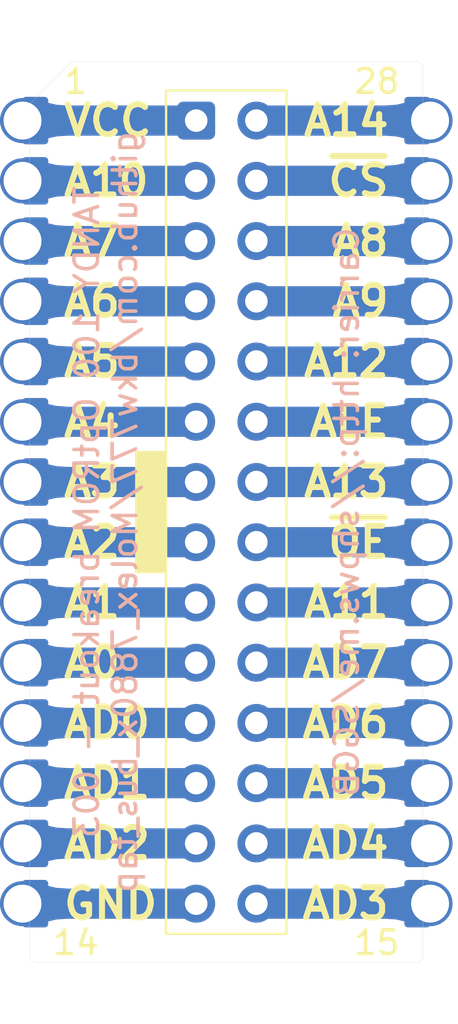
<source format=kicad_pcb>
(kicad_pcb (version 20240108) (generator "pcbnew") (generator_version "8.0")
  (title_block (title "TANDY 100 OptROM breakout") (date "2024-07-30") (rev "003") (company "b.kenyon.w@gmail.com") (comment 1 "github.com/bkw777/Molex_7880x_bus_tap") (comment 2 "Carrier: http://shpws.me/SGGB"))
  (layers (0 "F.Cu" signal "Top") (31 "B.Cu" signal "Bottom") (34 "B.Paste" user) (35 "F.Paste" user) (36 "B.SilkS" user "B.Silkscreen") (37 "F.SilkS" user "F.Silkscreen") (38 "B.Mask" user) (39 "F.Mask" user) (44 "Edge.Cuts" user))
  (net 0 "")
  (net 1 "/A12")
  (net 2 "/A11")
  (net 3 "/A9")
  (net 4 "/VCC")
  (net 5 "/A2")
  (net 6 "/AD6")
  (net 7 "/AD1")
  (net 8 "/A6")
  (net 9 "/AD7")
  (net 10 "/A4")
  (net 11 "/A1")
  (net 12 "/A10")
  (net 13 "/A14")
  (net 14 "/~{OE}")
  (net 15 "/AD5")
  (net 16 "/A7")
  (net 17 "/A0")
  (net 18 "/A3")
  (net 19 "/GND")
  (net 20 "/AD0")
  (net 21 "/A8")
  (net 22 "/A5")
  (net 23 "/~{CS}")
  (net 24 "/AD4")
  (net 25 "/A13")
  (net 26 "/AD3")
  (net 27 "/ALE")
  (net 28 "/AD2")
  (footprint "000_LOCAL:Molex78802_PCB_28" (layer "F.Cu") (at 147.2184 99.187)
    (property "Reference" "J1" (hide yes))
    (property "Value" "Molex_DIP28_edge_contacts" (hide yes))
    (fp_line (start -8.3 18.7) (end -8.3 -17.2) (stroke (width 0.01)) (layer "Edge.Cuts"))
    (fp_line (start -8 19) (end 8 19) (stroke (width 0.01)) (layer "Edge.Cuts"))
    (fp_line (start -6.5 -19) (end -8.3 -17.2) (stroke (width 0.01)) (layer "Edge.Cuts"))
    (fp_line (start 8 -19) (end -6.5 -19) (stroke (width 0.01)) (layer "Edge.Cuts"))
    (fp_line (start 8.3 18.7) (end 8.3 -18.7) (stroke (width 0.01)) (layer "Edge.Cuts"))
    (fp_arc (start -8 19) (mid -8.212132 18.912132) (end -8.3 18.7) (stroke (width 0.01)) (layer "Edge.Cuts"))
    (fp_arc (start 8 -19) (mid 8.212132 -18.912132) (end 8.3 -18.7) (stroke (width 0.01)) (layer "Edge.Cuts"))
    (fp_arc (start 8.3 18.7) (mid 8.212132 18.912132) (end 8 19) (stroke (width 0.01)) (layer "Edge.Cuts"))
    (pad "1" thru_hole circle (at -8.6002 -16.51) (size 1.9 1.9) (drill 1.6) (property pad_prop_castellated) (layers "*.Cu" "*.Mask") (net 4 "/VCC"))
    (pad "1" smd roundrect (at -8.0645 -16.51) (size 1.1 2) (layers "F.Cu") (roundrect_rratio 0.1363636364) (net 4 "/VCC"))
    (pad "1" smd roundrect (at -8.0645 -16.51) (size 1.1 2) (layers "B.Cu") (roundrect_rratio 0.1363636364) (net 4 "/VCC"))
    (pad "2" thru_hole circle (at -8.6002 -13.97) (size 1.9 1.9) (drill 1.6) (property pad_prop_castellated) (layers "*.Cu" "*.Mask") (net 12 "/A10"))
    (pad "2" smd roundrect (at -8.0645 -13.97) (size 1.1 2) (layers "F.Cu") (roundrect_rratio 0.1363636364) (net 12 "/A10"))
    (pad "2" smd roundrect (at -8.0645 -13.97) (size 1.1 2) (layers "B.Cu") (roundrect_rratio 0.1363636364) (net 12 "/A10"))
    (pad "3" thru_hole circle (at -8.6002 -11.43) (size 1.9 1.9) (drill 1.6) (property pad_prop_castellated) (layers "*.Cu" "*.Mask") (net 16 "/A7"))
    (pad "3" smd roundrect (at -8.0645 -11.43) (size 1.1 2) (layers "F.Cu") (roundrect_rratio 0.1363636364) (net 16 "/A7"))
    (pad "3" smd roundrect (at -8.0645 -11.43) (size 1.1 2) (layers "B.Cu") (roundrect_rratio 0.1363636364) (net 16 "/A7"))
    (pad "4" thru_hole circle (at -8.6002 -8.89) (size 1.9 1.9) (drill 1.6) (property pad_prop_castellated) (layers "*.Cu" "*.Mask") (net 8 "/A6"))
    (pad "4" smd roundrect (at -8.0645 -8.89) (size 1.1 2) (layers "F.Cu") (roundrect_rratio 0.1363636364) (net 8 "/A6"))
    (pad "4" smd roundrect (at -8.0645 -8.89) (size 1.1 2) (layers "B.Cu") (roundrect_rratio 0.1363636364) (net 8 "/A6"))
    (pad "5" thru_hole circle (at -8.6002 -6.35) (size 1.9 1.9) (drill 1.6) (property pad_prop_castellated) (layers "*.Cu" "*.Mask") (net 22 "/A5"))
    (pad "5" smd roundrect (at -8.0645 -6.35) (size 1.1 2) (layers "F.Cu") (roundrect_rratio 0.1363636364) (net 22 "/A5"))
    (pad "5" smd roundrect (at -8.0645 -6.35) (size 1.1 2) (layers "B.Cu") (roundrect_rratio 0.1363636364) (net 22 "/A5"))
    (pad "6" thru_hole circle (at -8.6002 -3.81) (size 1.9 1.9) (drill 1.6) (property pad_prop_castellated) (layers "*.Cu" "*.Mask") (net 10 "/A4"))
    (pad "6" smd roundrect (at -8.0645 -3.81) (size 1.1 2) (layers "F.Cu") (roundrect_rratio 0.1363636364) (net 10 "/A4"))
    (pad "6" smd roundrect (at -8.0645 -3.81) (size 1.1 2) (layers "B.Cu") (roundrect_rratio 0.1363636364) (net 10 "/A4"))
    (pad "7" thru_hole circle (at -8.6002 -1.27) (size 1.9 1.9) (drill 1.6) (property pad_prop_castellated) (layers "*.Cu" "*.Mask") (net 18 "/A3"))
    (pad "7" smd roundrect (at -8.0645 -1.27) (size 1.1 2) (layers "F.Cu") (roundrect_rratio 0.1363636364) (net 18 "/A3"))
    (pad "7" smd roundrect (at -8.0645 -1.27) (size 1.1 2) (layers "B.Cu") (roundrect_rratio 0.1363636364) (net 18 "/A3"))
    (pad "8" thru_hole circle (at -8.6002 1.27) (size 1.9 1.9) (drill 1.6) (property pad_prop_castellated) (layers "*.Cu" "*.Mask") (net 5 "/A2"))
    (pad "8" smd roundrect (at -8.0645 1.27) (size 1.1 2) (layers "F.Cu") (roundrect_rratio 0.1363636364) (net 5 "/A2"))
    (pad "8" smd roundrect (at -8.0645 1.27) (size 1.1 2) (layers "B.Cu") (roundrect_rratio 0.1363636364) (net 5 "/A2"))
    (pad "9" thru_hole circle (at -8.6002 3.81) (size 1.9 1.9) (drill 1.6) (property pad_prop_castellated) (layers "*.Cu" "*.Mask") (net 11 "/A1"))
    (pad "9" smd roundrect (at -8.0645 3.81) (size 1.1 2) (layers "F.Cu") (roundrect_rratio 0.1363636364) (net 11 "/A1"))
    (pad "9" smd roundrect (at -8.0645 3.81) (size 1.1 2) (layers "B.Cu") (roundrect_rratio 0.1363636364) (net 11 "/A1"))
    (pad "10" thru_hole circle (at -8.6002 6.35) (size 1.9 1.9) (drill 1.6) (property pad_prop_castellated) (layers "*.Cu" "*.Mask") (net 17 "/A0"))
    (pad "10" smd roundrect (at -8.0645 6.35) (size 1.1 2) (layers "F.Cu") (roundrect_rratio 0.1363636364) (net 17 "/A0"))
    (pad "10" smd roundrect (at -8.0645 6.35) (size 1.1 2) (layers "B.Cu") (roundrect_rratio 0.1363636364) (net 17 "/A0"))
    (pad "11" thru_hole circle (at -8.6002 8.89) (size 1.9 1.9) (drill 1.6) (property pad_prop_castellated) (layers "*.Cu" "*.Mask") (net 20 "/AD0"))
    (pad "11" smd roundrect (at -8.0645 8.89) (size 1.1 2) (layers "F.Cu") (roundrect_rratio 0.1363636364) (net 20 "/AD0"))
    (pad "11" smd roundrect (at -8.0645 8.89) (size 1.1 2) (layers "B.Cu") (roundrect_rratio 0.1363636364) (net 20 "/AD0"))
    (pad "12" thru_hole circle (at -8.6002 11.43) (size 1.9 1.9) (drill 1.6) (property pad_prop_castellated) (layers "*.Cu" "*.Mask") (net 7 "/AD1"))
    (pad "12" smd roundrect (at -8.0645 11.43) (size 1.1 2) (layers "F.Cu") (roundrect_rratio 0.1363636364) (net 7 "/AD1"))
    (pad "12" smd roundrect (at -8.0645 11.43) (size 1.1 2) (layers "B.Cu") (roundrect_rratio 0.1363636364) (net 7 "/AD1"))
    (pad "13" thru_hole circle (at -8.6002 13.97) (size 1.9 1.9) (drill 1.6) (property pad_prop_castellated) (layers "*.Cu" "*.Mask") (net 28 "/AD2"))
    (pad "13" smd roundrect (at -8.0645 13.97) (size 1.1 2) (layers "F.Cu") (roundrect_rratio 0.1363636364) (net 28 "/AD2"))
    (pad "13" smd roundrect (at -8.0645 13.97) (size 1.1 2) (layers "B.Cu") (roundrect_rratio 0.1363636364) (net 28 "/AD2"))
    (pad "14" thru_hole circle (at -8.6002 16.51) (size 1.9 1.9) (drill 1.6) (property pad_prop_castellated) (layers "*.Cu" "*.Mask") (net 19 "/GND"))
    (pad "14" smd roundrect (at -8.0645 16.51) (size 1.1 2) (layers "F.Cu") (roundrect_rratio 0.1363636364) (net 19 "/GND"))
    (pad "14" smd roundrect (at -8.0645 16.51) (size 1.1 2) (layers "B.Cu") (roundrect_rratio 0.1363636364) (net 19 "/GND"))
    (pad "15" smd roundrect (at 8.0645 16.51) (size 1.1 2) (layers "F.Cu") (roundrect_rratio 0.1363636364) (net 26 "/AD3"))
    (pad "15" smd roundrect (at 8.0645 16.51) (size 1.1 2) (layers "B.Cu") (roundrect_rratio 0.1363636364) (net 26 "/AD3"))
    (pad "15" thru_hole circle (at 8.6002 16.51) (size 1.9 1.9) (drill 1.6) (property pad_prop_castellated) (layers "*.Cu" "*.Mask") (net 26 "/AD3"))
    (pad "16" smd roundrect (at 8.0645 13.97) (size 1.1 2) (layers "F.Cu") (roundrect_rratio 0.1363636364) (net 24 "/AD4"))
    (pad "16" smd roundrect (at 8.0645 13.97) (size 1.1 2) (layers "B.Cu") (roundrect_rratio 0.1363636364) (net 24 "/AD4"))
    (pad "16" thru_hole circle (at 8.6002 13.97) (size 1.9 1.9) (drill 1.6) (property pad_prop_castellated) (layers "*.Cu" "*.Mask") (net 24 "/AD4"))
    (pad "17" smd roundrect (at 8.0645 11.43) (size 1.1 2) (layers "F.Cu") (roundrect_rratio 0.1363636364) (net 15 "/AD5"))
    (pad "17" smd roundrect (at 8.0645 11.43) (size 1.1 2) (layers "B.Cu") (roundrect_rratio 0.1363636364) (net 15 "/AD5"))
    (pad "17" thru_hole circle (at 8.6002 11.43) (size 1.9 1.9) (drill 1.6) (property pad_prop_castellated) (layers "*.Cu" "*.Mask") (net 15 "/AD5"))
    (pad "18" smd roundrect (at 8.0645 8.89) (size 1.1 2) (layers "F.Cu") (roundrect_rratio 0.1363636364) (net 6 "/AD6"))
    (pad "18" smd roundrect (at 8.0645 8.89) (size 1.1 2) (layers "B.Cu") (roundrect_rratio 0.1363636364) (net 6 "/AD6"))
    (pad "18" thru_hole circle (at 8.6002 8.89) (size 1.9 1.9) (drill 1.6) (property pad_prop_castellated) (layers "*.Cu" "*.Mask") (net 6 "/AD6"))
    (pad "19" smd roundrect (at 8.0645 6.35) (size 1.1 2) (layers "F.Cu") (roundrect_rratio 0.1363636364) (net 9 "/AD7"))
    (pad "19" smd roundrect (at 8.0645 6.35) (size 1.1 2) (layers "B.Cu") (roundrect_rratio 0.1363636364) (net 9 "/AD7"))
    (pad "19" thru_hole circle (at 8.6002 6.35) (size 1.9 1.9) (drill 1.6) (property pad_prop_castellated) (layers "*.Cu" "*.Mask") (net 9 "/AD7"))
    (pad "20" smd roundrect (at 8.0645 3.81) (size 1.1 2) (layers "F.Cu") (roundrect_rratio 0.1363636364) (net 2 "/A11"))
    (pad "20" smd roundrect (at 8.0645 3.81) (size 1.1 2) (layers "B.Cu") (roundrect_rratio 0.1363636364) (net 2 "/A11"))
    (pad "20" thru_hole circle (at 8.6002 3.81) (size 1.9 1.9) (drill 1.6) (property pad_prop_castellated) (layers "*.Cu" "*.Mask") (net 2 "/A11"))
    (pad "21" smd roundrect (at 8.0645 1.27) (size 1.1 2) (layers "F.Cu") (roundrect_rratio 0.1363636364) (net 14 "/~{OE}"))
    (pad "21" smd roundrect (at 8.0645 1.27) (size 1.1 2) (layers "B.Cu") (roundrect_rratio 0.1363636364) (net 14 "/~{OE}"))
    (pad "21" thru_hole circle (at 8.6002 1.27) (size 1.9 1.9) (drill 1.6) (property pad_prop_castellated) (layers "*.Cu" "*.Mask") (net 14 "/~{OE}"))
    (pad "22" smd roundrect (at 8.0645 -1.27) (size 1.1 2) (layers "F.Cu") (roundrect_rratio 0.1363636364) (net 25 "/A13"))
    (pad "22" smd roundrect (at 8.0645 -1.27) (size 1.1 2) (layers "B.Cu") (roundrect_rratio 0.1363636364) (net 25 "/A13"))
    (pad "22" thru_hole circle (at 8.6002 -1.27) (size 1.9 1.9) (drill 1.6) (property pad_prop_castellated) (layers "*.Cu" "*.Mask") (net 25 "/A13"))
    (pad "23" smd roundrect (at 8.0645 -3.81) (size 1.1 2) (layers "F.Cu") (roundrect_rratio 0.1363636364) (net 27 "/ALE"))
    (pad "23" smd roundrect (at 8.0645 -3.81) (size 1.1 2) (layers "B.Cu") (roundrect_rratio 0.1363636364) (net 27 "/ALE"))
    (pad "23" thru_hole circle (at 8.6002 -3.81) (size 1.9 1.9) (drill 1.6) (property pad_prop_castellated) (layers "*.Cu" "*.Mask") (net 27 "/ALE"))
    (pad "24" smd roundrect (at 8.0645 -6.35) (size 1.1 2) (layers "F.Cu") (roundrect_rratio 0.1363636364) (net 1 "/A12"))
    (pad "24" smd roundrect (at 8.0645 -6.35) (size 1.1 2) (layers "B.Cu") (roundrect_rratio 0.1363636364) (net 1 "/A12"))
    (pad "24" thru_hole circle (at 8.6002 -6.35) (size 1.9 1.9) (drill 1.6) (property pad_prop_castellated) (layers "*.Cu" "*.Mask") (net 1 "/A12"))
    (pad "25" smd roundrect (at 8.0645 -8.89) (size 1.1 2) (layers "F.Cu") (roundrect_rratio 0.1363636364) (net 3 "/A9"))
    (pad "25" smd roundrect (at 8.0645 -8.89) (size 1.1 2) (layers "B.Cu") (roundrect_rratio 0.1363636364) (net 3 "/A9"))
    (pad "25" thru_hole circle (at 8.6002 -8.89) (size 1.9 1.9) (drill 1.6) (property pad_prop_castellated) (layers "*.Cu" "*.Mask") (net 3 "/A9"))
    (pad "26" smd roundrect (at 8.0645 -11.43) (size 1.1 2) (layers "F.Cu") (roundrect_rratio 0.1363636364) (net 21 "/A8"))
    (pad "26" smd roundrect (at 8.0645 -11.43) (size 1.1 2) (layers "B.Cu") (roundrect_rratio 0.1363636364) (net 21 "/A8"))
    (pad "26" thru_hole circle (at 8.6002 -11.43) (size 1.9 1.9) (drill 1.6) (property pad_prop_castellated) (layers "*.Cu" "*.Mask") (net 21 "/A8"))
    (pad "27" smd roundrect (at 8.0645 -13.97) (size 1.1 2) (layers "F.Cu") (roundrect_rratio 0.1363636364) (net 23 "/~{CS}"))
    (pad "27" smd roundrect (at 8.0645 -13.97) (size 1.1 2) (layers "B.Cu") (roundrect_rratio 0.1363636364) (net 23 "/~{CS}"))
    (pad "27" thru_hole circle (at 8.6002 -13.97) (size 1.9 1.9) (drill 1.6) (property pad_prop_castellated) (layers "*.Cu" "*.Mask") (net 23 "/~{CS}"))
    (pad "28" smd roundrect (at 8.0645 -16.51) (size 1.1 2) (layers "F.Cu") (roundrect_rratio 0.1363636364) (net 13 "/A14"))
    (pad "28" smd roundrect (at 8.0645 -16.51) (size 1.1 2) (layers "B.Cu") (roundrect_rratio 0.1363636364) (net 13 "/A14"))
    (pad "28" thru_hole circle (at 8.6002 -16.51) (size 1.9 1.9) (drill 1.6) (property pad_prop_castellated) (layers "*.Cu" "*.Mask") (net 13 "/A14"))
  )
  (footprint "000_LOCAL:PinHeader_2x14_P2.54mm_Vertical" (layer "F.Cu") (at 145.9484 82.677)
    (property "Reference" "J2" (hide yes))
    (property "Value" "Conn_02x14_Odd_Even")
    (fp_rect (start -1.27 -1.27) (end 3.81 34.29) (stroke (width 0.1)) (fill none) (layer "F.SilkS"))
    (pad "1" thru_hole roundrect (at 0 0) (size 1.6 1.6) (drill 0.95) (layers "*.Cu" "*.Mask") (roundrect_rratio 0.15625) (net 4 "/VCC"))
    (pad "2" thru_hole oval (at 2.54 0) (size 1.6 1.6) (drill 0.95) (layers "*.Cu" "*.Mask") (net 13 "/A14"))
    (pad "3" thru_hole oval (at 0 2.54) (size 1.6 1.6) (drill 0.95) (layers "*.Cu" "*.Mask") (net 12 "/A10"))
    (pad "4" thru_hole oval (at 2.54 2.54) (size 1.6 1.6) (drill 0.95) (layers "*.Cu" "*.Mask") (net 23 "/~{CS}"))
    (pad "5" thru_hole oval (at 0 5.08) (size 1.6 1.6) (drill 0.95) (layers "*.Cu" "*.Mask") (net 16 "/A7"))
    (pad "6" thru_hole oval (at 2.54 5.08) (size 1.6 1.6) (drill 0.95) (layers "*.Cu" "*.Mask") (net 21 "/A8"))
    (pad "7" thru_hole oval (at 0 7.62) (size 1.6 1.6) (drill 0.95) (layers "*.Cu" "*.Mask") (net 8 "/A6"))
    (pad "8" thru_hole oval (at 2.54 7.62) (size 1.6 1.6) (drill 0.95) (layers "*.Cu" "*.Mask") (net 3 "/A9"))
    (pad "9" thru_hole oval (at 0 10.16) (size 1.6 1.6) (drill 0.95) (layers "*.Cu" "*.Mask") (net 22 "/A5"))
    (pad "10" thru_hole oval (at 2.54 10.16) (size 1.6 1.6) (drill 0.95) (layers "*.Cu" "*.Mask") (net 1 "/A12"))
    (pad "11" thru_hole oval (at 0 12.7) (size 1.6 1.6) (drill 0.95) (layers "*.Cu" "*.Mask") (net 10 "/A4"))
    (pad "12" thru_hole oval (at 2.54 12.7) (size 1.6 1.6) (drill 0.95) (layers "*.Cu" "*.Mask") (net 27 "/ALE"))
    (pad "13" thru_hole oval (at 0 15.24) (size 1.6 1.6) (drill 0.95) (layers "*.Cu" "*.Mask") (net 18 "/A3"))
    (pad "14" thru_hole oval (at 2.54 15.24) (size 1.6 1.6) (drill 0.95) (layers "*.Cu" "*.Mask") (net 25 "/A13"))
    (pad "15" thru_hole oval (at 0 17.78) (size 1.6 1.6) (drill 0.95) (layers "*.Cu" "*.Mask") (net 5 "/A2"))
    (pad "16" thru_hole oval (at 2.54 17.78) (size 1.6 1.6) (drill 0.95) (layers "*.Cu" "*.Mask") (net 14 "/~{OE}"))
    (pad "17" thru_hole oval (at 0 20.32) (size 1.6 1.6) (drill 0.95) (layers "*.Cu" "*.Mask") (net 11 "/A1"))
    (pad "18" thru_hole oval (at 2.54 20.32) (size 1.6 1.6) (drill 0.95) (layers "*.Cu" "*.Mask") (net 2 "/A11"))
    (pad "19" thru_hole oval (at 0 22.86) (size 1.6 1.6) (drill 0.95) (layers "*.Cu" "*.Mask") (net 17 "/A0"))
    (pad "20" thru_hole oval (at 2.54 22.86) (size 1.6 1.6) (drill 0.95) (layers "*.Cu" "*.Mask") (net 9 "/AD7"))
    (pad "21" thru_hole oval (at 0 25.4) (size 1.6 1.6) (drill 0.95) (layers "*.Cu" "*.Mask") (net 20 "/AD0"))
    (pad "22" thru_hole oval (at 2.54 25.4) (size 1.6 1.6) (drill 0.95) (layers "*.Cu" "*.Mask") (net 6 "/AD6"))
    (pad "23" thru_hole oval (at 0 27.94) (size 1.6 1.6) (drill 0.95) (layers "*.Cu" "*.Mask") (net 7 "/AD1"))
    (pad "24" thru_hole oval (at 2.54 27.94) (size 1.6 1.6) (drill 0.95) (layers "*.Cu" "*.Mask") (net 15 "/AD5"))
    (pad "25" thru_hole oval (at 0 30.48) (size 1.6 1.6) (drill 0.95) (layers "*.Cu" "*.Mask") (net 28 "/AD2"))
    (pad "26" thru_hole oval (at 2.54 30.48) (size 1.6 1.6) (drill 0.95) (layers "*.Cu" "*.Mask") (net 24 "/AD4"))
    (pad "27" thru_hole oval (at 0 33.02) (size 1.6 1.6) (drill 0.95) (layers "*.Cu" "*.Mask") (net 19 "/GND"))
    (pad "28" thru_hole oval (at 2.54 33.02) (size 1.6 1.6) (drill 0.95) (layers "*.Cu" "*.Mask") (net 26 "/AD3"))
  )
  (gr_rect (start 143.4084 96.647) (end 144.6784 101.727) (stroke (width 0.0762)) (fill solid) (layer "F.SilkS"))
  (gr_text "${COMMENT2}" (at 152.2984 99.187 90) (layer "B.SilkS") (effects (font (size 1 1)) (justify mirror)))
  (gr_text "${TITLE} - ${REVISION}\n${COMMENT1}" (at 142.1384 99.187 90) (layer "B.SilkS") (effects (font (size 1 1)) (justify mirror)))
  (gr_text "A6" (at 140.2334 90.297 0) (layer "F.SilkS") (effects (font (size 1.27 1.27) (thickness 0.254) (bold yes)) (justify left)))
  (gr_text "1" (at 140.8684 81.026 0) (layer "F.SilkS") (effects (font (size 1 1))))
  (gr_text "14" (at 140.8684 117.348 0) (layer "F.SilkS") (effects (font (size 1 1))))
  (gr_text "A3" (at 140.2334 97.917 0) (layer "F.SilkS") (effects (font (size 1.27 1.27) (thickness 0.254) (bold yes)) (justify left)))
  (gr_text "A10" (at 140.2334 85.217 0) (layer "F.SilkS") (effects (font (size 1.27 1.27) (thickness 0.254) (bold yes)) (justify left)))
  (gr_text "15" (at 153.5684 117.348 0) (layer "F.SilkS") (effects (font (size 1 1))))
  (gr_text "A14" (at 154.2034 82.677 0) (layer "F.SilkS") (effects (font (size 1.27 1.27) (thickness 0.254) (bold yes)) (justify right)))
  (gr_text "A4" (at 140.2334 95.377 0) (layer "F.SilkS") (effects (font (size 1.27 1.27) (thickness 0.254) (bold yes)) (justify left)))
  (gr_text "AD0" (at 140.2334 108.077 0) (layer "F.SilkS") (effects (font (size 1.27 1.27) (thickness 0.254) (bold yes)) (justify left)))
  (gr_text "~{OE}" (at 154.2034 100.457 0) (layer "F.SilkS") (effects (font (size 1.27 1.27) (thickness 0.254) (bold yes)) (justify right)))
  (gr_text "A0" (at 140.2334 105.537 0) (layer "F.SilkS") (effects (font (size 1.27 1.27) (thickness 0.254) (bold yes)) (justify left)))
  (gr_text "~{CS}" (at 154.2034 85.217 0) (layer "F.SilkS") (effects (font (size 1.27 1.27) (thickness 0.254) (bold yes)) (justify right)))
  (gr_text "A12" (at 154.2034 92.837 0) (layer "F.SilkS") (effects (font (size 1.27 1.27) (thickness 0.254) (bold yes)) (justify right)))
  (gr_text "A5" (at 140.2334 92.837 0) (layer "F.SilkS") (effects (font (size 1.27 1.27) (thickness 0.254) (bold yes)) (justify left)))
  (gr_text "AD3" (at 154.2034 115.697 0) (layer "F.SilkS") (effects (font (size 1.27 1.27) (thickness 0.254) (bold yes)) (justify right)))
  (gr_text "A1" (at 140.2334 102.997 0) (layer "F.SilkS") (effects (font (size 1.27 1.27) (thickness 0.254) (bold yes)) (justify left)))
  (gr_text "28" (at 153.5684 81.026 0) (layer "F.SilkS") (effects (font (size 1 1))))
  (gr_text "ALE" (at 154.2034 95.377 0) (layer "F.SilkS") (effects (font (size 1.27 1.27) (thickness 0.254) (bold yes)) (justify right)))
  (gr_text "AD5" (at 154.2034 110.617 0) (layer "F.SilkS") (effects (font (size 1.27 1.27) (thickness 0.254) (bold yes)) (justify right)))
  (gr_text "A8" (at 154.2034 87.757 0) (layer "F.SilkS") (effects (font (size 1.27 1.27) (thickness 0.254) (bold yes)) (justify right)))
  (gr_text "A9" (at 154.2034 90.297 0) (layer "F.SilkS") (effects (font (size 1.27 1.27) (thickness 0.254) (bold yes)) (justify right)))
  (gr_text "AD1" (at 140.2334 110.617 0) (layer "F.SilkS") (effects (font (size 1.27 1.27) (thickness 0.254) (bold yes)) (justify left)))
  (gr_text "AD7" (at 154.2034 105.537 0) (layer "F.SilkS") (effects (font (size 1.27 1.27) (thickness 0.254) (bold yes)) (justify right)))
  (gr_text "AD4" (at 154.2034 113.157 0) (layer "F.SilkS") (effects (font (size 1.27 1.27) (thickness 0.254) (bold yes)) (justify right)))
  (gr_text "A13" (at 154.2034 97.917 0) (layer "F.SilkS") (effects (font (size 1.27 1.27) (thickness 0.254) (bold yes)) (justify right)))
  (gr_text "A2" (at 140.2334 100.457 0) (layer "F.SilkS") (effects (font (size 1.27 1.27) (thickness 0.254) (bold yes)) (justify left)))
  (gr_text "GND" (at 140.2334 115.697 0) (layer "F.SilkS") (effects (font (size 1.27 1.27) (thickness 0.254) (bold yes)) (justify left)))
  (gr_text "VCC" (at 140.2334 82.677 0) (layer "F.SilkS") (effects (font (size 1.27 1.27) (thickness 0.254) (bold yes)) (justify left)))
  (gr_text "A11" (at 154.2034 102.997 0) (layer "F.SilkS") (effects (font (size 1.27 1.27) (thickness 0.254) (bold yes)) (justify right)))
  (gr_text "AD2" (at 140.2334 113.157 0) (layer "F.SilkS") (effects (font (size 1.27 1.27) (thickness 0.254) (bold yes)) (justify left)))
  (gr_text "AD6" (at 154.2034 108.077 0) (layer "F.SilkS") (effects (font (size 1.27 1.27) (thickness 0.254) (bold yes)) (justify right)))
  (gr_text "A7" (at 140.2334 87.757 0) (layer "F.SilkS") (effects (font (size 1.27 1.27) (thickness 0.254) (bold yes)) (justify left)))
  (segment (start 155.2829 92.837) (end 148.4884 92.837) (width 1.27) (layer "F.Cu") (net 1))
  (segment (start 155.2829 92.837) (end 148.4884 92.837) (width 1.27) (layer "B.Cu") (net 1))
  (segment (start 155.2829 102.997) (end 148.4884 102.997) (width 1.27) (layer "F.Cu") (net 2))
  (segment (start 155.2829 102.997) (end 148.4884 102.997) (width 1.27) (layer "B.Cu") (net 2))
  (segment (start 155.2829 90.297) (end 148.4884 90.297) (width 1.27) (layer "F.Cu") (net 3))
  (segment (start 155.2829 90.297) (end 148.4884 90.297) (width 1.27) (layer "B.Cu") (net 3))
  (segment (start 139.1539 82.677) (end 145.9484 82.677) (width 1.27) (layer "F.Cu") (net 4))
  (segment (start 139.1539 82.677) (end 145.9484 82.677) (width 1.27) (layer "B.Cu") (net 4))
  (segment (start 139.1539 100.457) (end 145.9484 100.457) (width 1.27) (layer "F.Cu") (net 5))
  (segment (start 139.1539 100.457) (end 145.9484 100.457) (width 1.27) (layer "B.Cu") (net 5))
  (segment (start 155.2829 108.077) (end 148.4884 108.077) (width 1.27) (layer "F.Cu") (net 6))
  (segment (start 155.2829 108.077) (end 148.4884 108.077) (width 1.27) (layer "B.Cu") (net 6))
  (segment (start 139.1539 110.617) (end 145.9484 110.617) (width 1.27) (layer "F.Cu") (net 7))
  (segment (start 139.1539 110.617) (end 145.9484 110.617) (width 1.27) (layer "B.Cu") (net 7))
  (segment (start 139.1539 90.297) (end 145.9484 90.297) (width 1.27) (layer "F.Cu") (net 8))
  (segment (start 139.1539 90.297) (end 145.9484 90.297) (width 1.27) (layer "B.Cu") (net 8))
  (segment (start 155.2829 105.537) (end 148.4884 105.537) (width 1.27) (layer "F.Cu") (net 9))
  (segment (start 155.2829 105.537) (end 148.4884 105.537) (width 1.27) (layer "B.Cu") (net 9))
  (segment (start 139.1539 95.377) (end 145.9484 95.377) (width 1.27) (layer "F.Cu") (net 10))
  (segment (start 139.1539 95.377) (end 145.9484 95.377) (width 1.27) (layer "B.Cu") (net 10))
  (segment (start 139.1539 102.997) (end 145.9484 102.997) (width 1.27) (layer "F.Cu") (net 11))
  (segment (start 139.1539 102.997) (end 145.9484 102.997) (width 1.27) (layer "B.Cu") (net 11))
  (segment (start 139.1539 85.217) (end 145.9484 85.217) (width 1.27) (layer "F.Cu") (net 12))
  (segment (start 139.1539 85.217) (end 145.9484 85.217) (width 1.27) (layer "B.Cu") (net 12))
  (segment (start 155.2829 82.677) (end 148.4884 82.677) (width 1.27) (layer "F.Cu") (net 13))
  (segment (start 155.2829 82.677) (end 148.4884 82.677) (width 1.27) (layer "B.Cu") (net 13))
  (segment (start 155.2829 100.457) (end 148.4884 100.457) (width 1.27) (layer "F.Cu") (net 14))
  (segment (start 155.2829 100.457) (end 148.4884 100.457) (width 1.27) (layer "B.Cu") (net 14))
  (segment (start 155.2829 110.617) (end 148.4884 110.617) (width 1.27) (layer "F.Cu") (net 15))
  (segment (start 155.2829 110.617) (end 148.4884 110.617) (width 1.27) (layer "B.Cu") (net 15))
  (segment (start 139.1539 87.757) (end 145.9484 87.757) (width 1.27) (layer "F.Cu") (net 16))
  (segment (start 139.1539 87.757) (end 145.9484 87.757) (width 1.27) (layer "B.Cu") (net 16))
  (segment (start 139.1539 105.537) (end 145.9484 105.537) (width 1.27) (layer "F.Cu") (net 17))
  (segment (start 139.1539 105.537) (end 145.9484 105.537) (width 1.27) (layer "B.Cu") (net 17))
  (segment (start 139.1539 97.917) (end 145.9484 97.917) (width 1.27) (layer "F.Cu") (net 18))
  (segment (start 139.1539 97.917) (end 145.9484 97.917) (width 1.27) (layer "B.Cu") (net 18))
  (segment (start 139.1539 115.697) (end 145.9484 115.697) (width 1.27) (layer "F.Cu") (net 19))
  (segment (start 139.1539 115.697) (end 145.9484 115.697) (width 1.27) (layer "B.Cu") (net 19))
  (segment (start 139.1539 108.077) (end 145.9484 108.077) (width 1.27) (layer "F.Cu") (net 20))
  (segment (start 139.1539 108.077) (end 145.9484 108.077) (width 1.27) (layer "B.Cu") (net 20))
  (segment (start 155.2829 87.757) (end 148.4884 87.757) (width 1.27) (layer "F.Cu") (net 21))
  (segment (start 155.2829 87.757) (end 148.4884 87.757) (width 1.27) (layer "B.Cu") (net 21))
  (segment (start 139.1539 92.837) (end 145.9484 92.837) (width 1.27) (layer "F.Cu") (net 22))
  (segment (start 139.1539 92.837) (end 145.9484 92.837) (width 1.27) (layer "B.Cu") (net 22))
  (segment (start 155.2829 85.217) (end 148.4884 85.217) (width 1.27) (layer "F.Cu") (net 23))
  (segment (start 155.2829 85.217) (end 148.4884 85.217) (width 1.27) (layer "B.Cu") (net 23))
  (segment (start 155.2829 113.157) (end 148.4884 113.157) (width 1.27) (layer "F.Cu") (net 24))
  (segment (start 155.2829 113.157) (end 148.4884 113.157) (width 1.27) (layer "B.Cu") (net 24))
  (segment (start 155.2829 97.917) (end 148.4884 97.917) (width 1.27) (layer "F.Cu") (net 25))
  (segment (start 155.2829 97.917) (end 148.4884 97.917) (width 1.27) (layer "B.Cu") (net 25))
  (segment (start 155.2829 115.697) (end 148.4884 115.697) (width 1.27) (layer "F.Cu") (net 26))
  (segment (start 155.2829 115.697) (end 148.4884 115.697) (width 1.27) (layer "B.Cu") (net 26))
  (segment (start 155.2829 95.377) (end 148.4884 95.377) (width 1.27) (layer "F.Cu") (net 27))
  (segment (start 155.2829 95.377) (end 148.4884 95.377) (width 1.27) (layer "B.Cu") (net 27))
  (segment (start 139.1539 113.157) (end 145.9484 113.157) (width 1.27) (layer "F.Cu") (net 28))
  (segment (start 139.1539 113.157) (end 145.9484 113.157) (width 1.27) (layer "B.Cu") (net 28))
)
</source>
